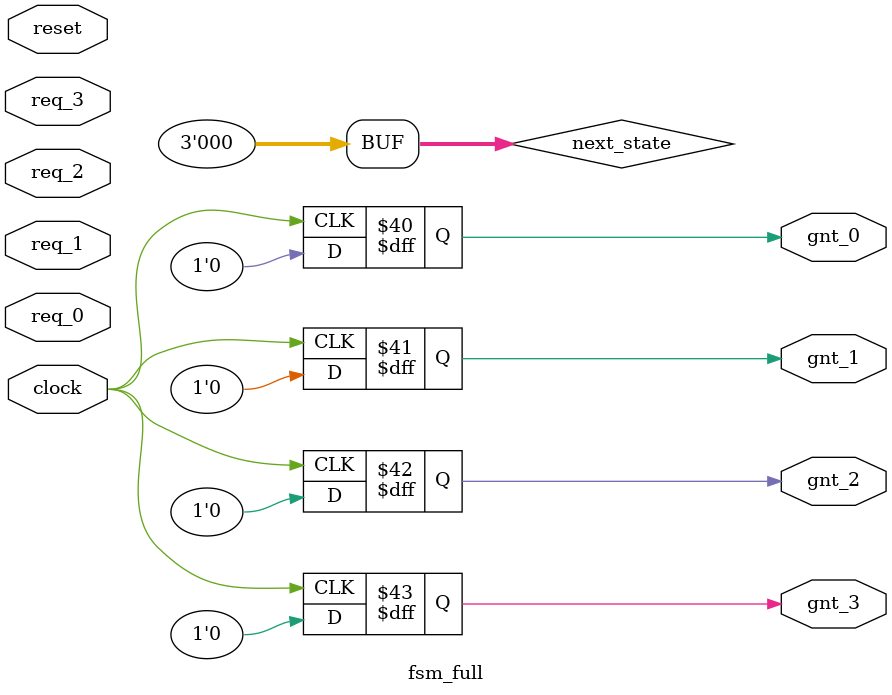
<source format=v>


module fsm_full
(
  input clock,
  input reset,
  input req_0,
  input req_1,
  input req_2,
  input req_3,
  output reg gnt_0,
  output reg gnt_1,
  output reg gnt_2,
  output reg gnt_3
);

  parameter [2:0] IDLE = 3'b000;
  parameter [2:0] GNT0 = 3'b001;
  parameter [2:0] GNT1 = 3'b010;
  parameter [2:0] GNT2 = 3'b011;
  parameter [2:0] GNT3 = 3'b100;
  reg [2:0] state;
  reg [2:0] next_state;

  always @(*) begin
    case(next_state)
      IDLE: if(req_0) next_state = GNT0;
            else if(req_1) next_state = GNT1;
            else if(req_2) next_state = GNT2;
            else if(req_3) next_state = GNT3;
            else next_state = IDLE;
      GNT0: next_state = req_0 ? GNT0 : IDLE;
      GNT1: next_state = req_1 ? GNT1 : IDLE;
      GNT2: next_state = req_2 ? GNT2 : IDLE;
      GNT3: next_state = req_3 ? GNT3 : IDLE;
      default: next_state = IDLE;
    endcase
  end


  always @(posedge clock) begin : OUTPUT_LOGIC
    if(reset) begin
      gnt_0 <= 1'b0;
      gnt_1 <= 1'b0;
      gnt_2 <= 1'b0;
      gnt_3 <= 1'b0;
      state <= IDLE;
    end else begin
      state <= next_state;
      case(next_state)
        IDLE: begin
          gnt_0 <= 1'b0;
          gnt_1 <= 1'b0;
          gnt_2 <= 1'b0;
          gnt_3 <= 1'b0;
        end
        GNT0: begin
          gnt_0 <= 1'b1;
          gnt_1 <= 1'b0;
          gnt_2 <= 1'b0;
          gnt_3 <= 1'b0;
        end
        GNT1: begin
          gnt_0 <= 1'b0;
          gnt_1 <= 1'b1;
          gnt_2 <= 1'b0;
          gnt_3 <= 1'b0;
        end
        GNT2: begin
          gnt_0 <= 1'b0;
          gnt_1 <= 1'b0;
          gnt_2 <= 1'b1;
          gnt_3 <= 1'b0;
        end
        GNT3: begin
          gnt_0 <= 1'b0;
          gnt_1 <= 1'b0;
          gnt_2 <= 1'b0;
          gnt_3 <= 1'b1;
        end
        default: begin
          gnt_0 <= 1'b0;
          gnt_1 <= 1'b0;
          gnt_2 <= 1'b0;
          gnt_3 <= 1'b0;
        end
      endcase
    end
  end


endmodule


</source>
